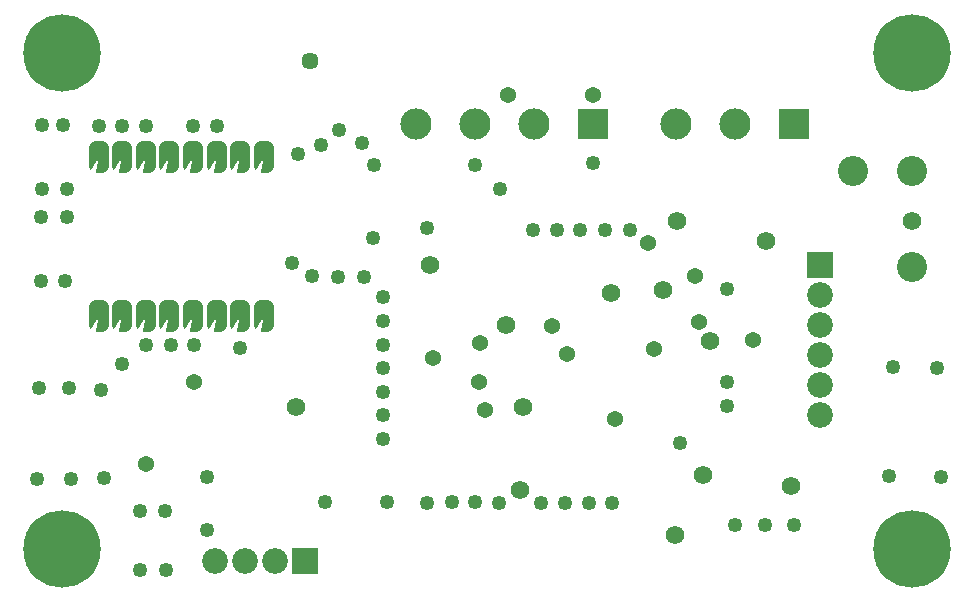
<source format=gbs>
G04 DesignSpark PCB Gerber Version 10.0 Build 5299*
G04 #@! TF.Part,Single*
G04 #@! TF.FileFunction,Soldermask,Bot*
G04 #@! TF.FilePolarity,Negative*
%FSLAX35Y35*%
%MOIN*%
G04 #@! TA.AperFunction,ComponentPad*
%ADD112R,0.10400X0.10400*%
%ADD107R,0.08600X0.08600*%
%ADD109C,0.04931*%
G04 #@! TA.AperFunction,ViaPad*
%ADD105C,0.05400*%
G04 #@! TA.AperFunction,ComponentPad*
%ADD111C,0.05718*%
G04 #@! TA.AperFunction,ViaPad*
%ADD104C,0.06200*%
G04 #@! TA.AperFunction,ComponentPad*
%ADD108C,0.08600*%
%ADD114C,0.10049*%
%ADD113C,0.10400*%
%AMT106*0 Rounded Rectangle Pad at angle 0*4,1,56,-0.01108,-0.05221,0.01108,-0.05221,0.01367,-0.05206,0.01621,-0.05159,0.01869,-0.05081,0.02105,-0.04975,0.02326,-0.04841,0.02530,-0.04681,0.02713,-0.04498,0.02873,-0.04294,0.03007,-0.04073,0.03113,-0.03837,0.03191,-0.03589,0.03237,-0.03335,0.03253,-0.03076,0.03253,0.03076,0.03237,0.03335,0.03190,0.03590,0.03113,0.03837,0.03007,0.04073,0.02873,0.04295,0.02713,0.04499,0.02530,0.04682,0.02326,0.04842,0.02104,0.04976,0.01868,0.05082,0.01621,0.05159,0.01366,0.05206,0.01108,0.05221,-0.01108,0.05221,-0.01367,0.05206,-0.01621,0.05159,-0.01869,0.05081,-0.02105,0.04975,-0.02326,0.04841,-0.02530,0.04681,-0.02713,0.04498,-0.02873,0.04294,-0.03007,0.04073,-0.03113,0.03837,-0.03191,0.03589,-0.03237,0.03335,-0.03253,0.03076,-0.03253,-0.03076,-0.03237,-0.03335,-0.03190,-0.03590,-0.03113,-0.03837,-0.03007,-0.04073,-0.02873,-0.04295,-0.02713,-0.04499,-0.02530,-0.04682,-0.02326,-0.04842,-0.02104,-0.04976,-0.01868,-0.05082,-0.01621,-0.05159,-0.01366,-0.05206,-0.01108,-0.05221,0*%
%ADD106T106*%
%ADD110C,0.25797*%
G04 #@! TD.AperFunction*
X0Y0D02*
D02*
D104*
X93951Y63242D03*
X138833Y110486D03*
X164030Y90801D03*
X168754Y35683D03*
X169541Y63242D03*
X199069Y101431D03*
X216392Y102219D03*
X220329Y20722D03*
X220919Y125447D03*
X229778Y40801D03*
X232140Y85289D03*
X250841Y118754D03*
X258911Y36864D03*
X299463Y125447D03*
D02*
D105*
X43951Y44344D03*
X60093Y71510D03*
X139620Y79778D03*
X154974Y71510D03*
X155368Y84502D03*
X156943Y62455D03*
X164817Y167179D03*
X179384Y90407D03*
X184502Y80959D03*
X193163Y167179D03*
X200250Y59305D03*
X211274Y117967D03*
X213242Y82533D03*
X227022Y106943D03*
X228203Y91589D03*
X246313Y85683D03*
D02*
D106*
X28203Y93557D03*
Y146707D03*
X36077Y93557D03*
Y146707D03*
X43951Y93557D03*
Y146707D03*
X51825Y93557D03*
Y146707D03*
X59699Y93557D03*
Y146707D03*
X67573Y93557D03*
Y146707D03*
X75447Y93557D03*
Y146707D03*
X83321Y93557D03*
Y146707D03*
D02*
D107*
X97100Y12061D03*
X268754Y110486D03*
D02*
D108*
X67100Y12061D03*
X77100D03*
X87100D03*
X268754Y60486D03*
Y70486D03*
Y80486D03*
Y90486D03*
Y100486D03*
D02*
D109*
X7730Y39226D03*
X8518Y69541D03*
X8911Y105368D03*
Y126628D03*
X9305Y136077D03*
Y157337D03*
X16392D03*
X17179Y105368D03*
X17573Y126628D03*
Y136077D03*
X18360Y69541D03*
X19148Y39226D03*
X28203Y156943D03*
X28990Y69148D03*
X30171Y39620D03*
X36077Y77809D03*
Y156943D03*
X41982Y8911D03*
Y28596D03*
X43951Y84108D03*
Y156943D03*
X50250Y28596D03*
X50644Y8911D03*
X52219Y84108D03*
X59699Y156943D03*
X60093Y84108D03*
X64423Y22297D03*
Y40014D03*
X67573Y156943D03*
X75447Y82927D03*
X92770Y111274D03*
X94738Y147494D03*
X99463Y106943D03*
X102219Y150644D03*
X103793Y31746D03*
X108124Y106549D03*
X108518Y155762D03*
X115998Y151431D03*
X116785Y106549D03*
X119541Y119541D03*
X119935Y143951D03*
X123085Y52612D03*
Y60486D03*
Y68360D03*
Y76234D03*
Y84108D03*
Y91982D03*
Y99856D03*
X124266Y31746D03*
X137652Y31352D03*
Y123085D03*
X145919Y31746D03*
X153793D03*
Y143951D03*
X161667Y31352D03*
X162061Y136077D03*
X173085Y122297D03*
X175841Y31352D03*
X180959Y122297D03*
X183715Y31352D03*
X188833Y122297D03*
X191589Y31352D03*
X193163Y144738D03*
X197100Y122297D03*
X199463Y31352D03*
X205368Y122297D03*
X221904Y51431D03*
X237652Y63636D03*
Y71510D03*
Y102612D03*
X240407Y23872D03*
X250250D03*
X260093D03*
X291589Y40407D03*
X293163Y76628D03*
X307730Y76234D03*
X308911Y40014D03*
D02*
D110*
X15998Y15998D03*
Y181352D03*
X299463Y15998D03*
Y181352D03*
D02*
D111*
X98675Y178596D03*
D02*
D112*
X193163Y157730D03*
X260093D03*
D02*
D113*
X134108D03*
X153793D03*
X173478D03*
X220722D03*
X240407D03*
D02*
D114*
X279778Y141982D03*
X299463Y110093D03*
Y141982D03*
X0Y0D02*
M02*

</source>
